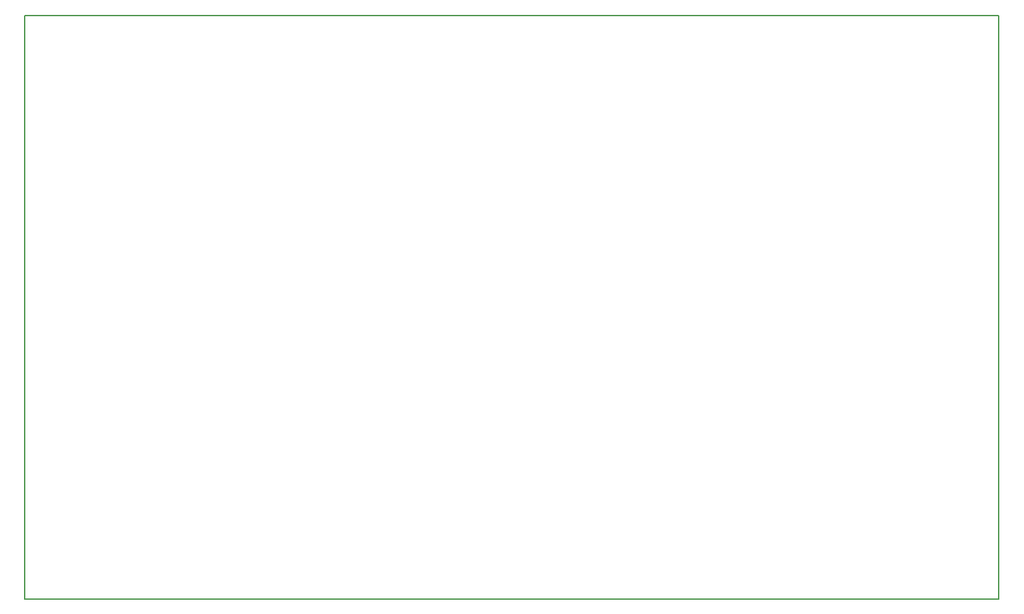
<source format=gbr>
G04 #@! TF.FileFunction,Profile,NP*
%FSLAX46Y46*%
G04 Gerber Fmt 4.6, Leading zero omitted, Abs format (unit mm)*
G04 Created by KiCad (PCBNEW 4.0.4-stable) date 07/19/17 07:42:18*
%MOMM*%
%LPD*%
G01*
G04 APERTURE LIST*
%ADD10C,0.100000*%
%ADD11C,0.150000*%
G04 APERTURE END LIST*
D10*
D11*
X106172000Y-119380000D02*
X106172000Y-43180000D01*
X106172000Y-43180000D02*
X233172000Y-43180000D01*
X233172000Y-43180000D02*
X233172000Y-119380000D01*
X106172000Y-119380000D02*
X233172000Y-119380000D01*
M02*

</source>
